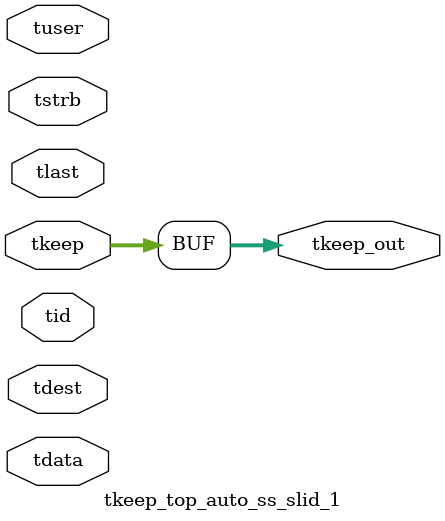
<source format=v>


`timescale 1ps/1ps

module tkeep_top_auto_ss_slid_1 #
(
parameter C_S_AXIS_TDATA_WIDTH = 32,
parameter C_S_AXIS_TUSER_WIDTH = 0,
parameter C_S_AXIS_TID_WIDTH   = 0,
parameter C_S_AXIS_TDEST_WIDTH = 0,
parameter C_M_AXIS_TDATA_WIDTH = 32
)
(
input  [(C_S_AXIS_TDATA_WIDTH == 0 ? 1 : C_S_AXIS_TDATA_WIDTH)-1:0     ] tdata,
input  [(C_S_AXIS_TUSER_WIDTH == 0 ? 1 : C_S_AXIS_TUSER_WIDTH)-1:0     ] tuser,
input  [(C_S_AXIS_TID_WIDTH   == 0 ? 1 : C_S_AXIS_TID_WIDTH)-1:0       ] tid,
input  [(C_S_AXIS_TDEST_WIDTH == 0 ? 1 : C_S_AXIS_TDEST_WIDTH)-1:0     ] tdest,
input  [(C_S_AXIS_TDATA_WIDTH/8)-1:0 ] tkeep,
input  [(C_S_AXIS_TDATA_WIDTH/8)-1:0 ] tstrb,
input                                                                    tlast,
output [(C_M_AXIS_TDATA_WIDTH/8)-1:0 ] tkeep_out
);

assign tkeep_out = {tkeep[3:0]};

endmodule


</source>
